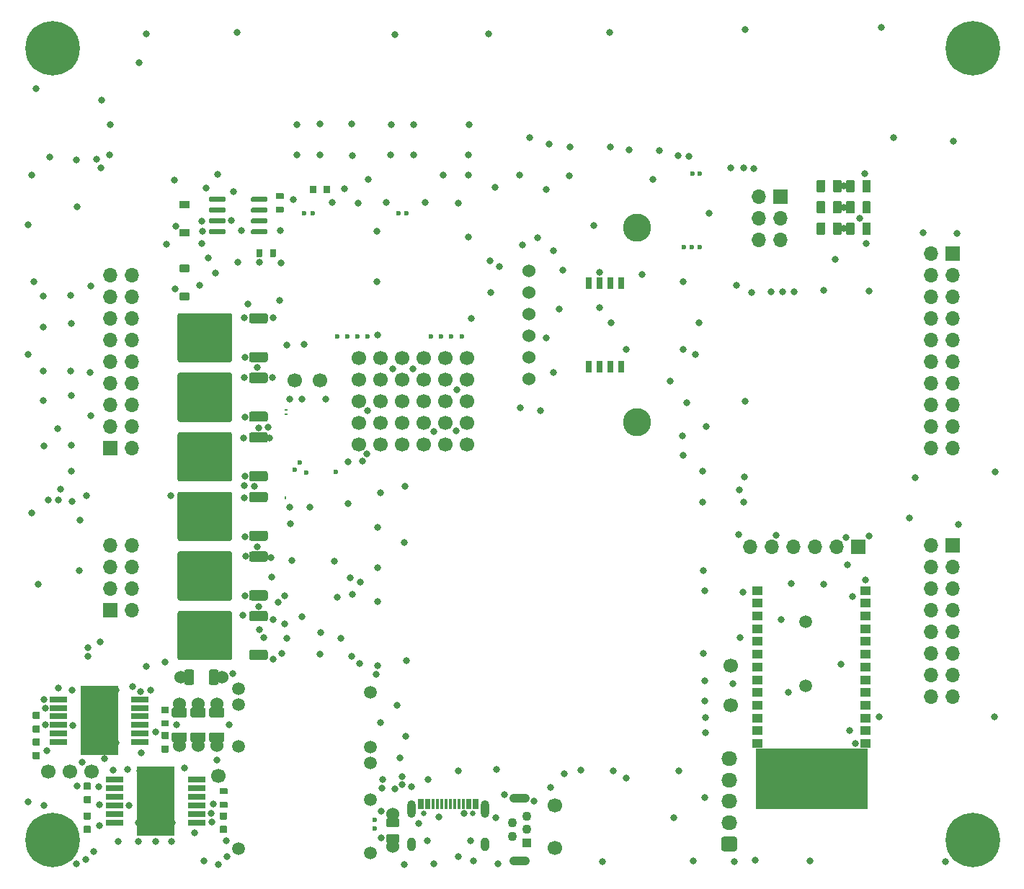
<source format=gts>
G04 #@! TF.GenerationSoftware,KiCad,Pcbnew,8.0.6-8.0.6-0~ubuntu22.04.1*
G04 #@! TF.CreationDate,2024-11-12T10:34:40+00:00*
G04 #@! TF.ProjectId,uefi2,75656669-322e-46b6-9963-61645f706362,A0*
G04 #@! TF.SameCoordinates,PX2fb21b8PY98952e8*
G04 #@! TF.FileFunction,Soldermask,Top*
G04 #@! TF.FilePolarity,Negative*
%FSLAX46Y46*%
G04 Gerber Fmt 4.6, Leading zero omitted, Abs format (unit mm)*
G04 Created by KiCad (PCBNEW 8.0.6-8.0.6-0~ubuntu22.04.1) date 2024-11-12 10:34:40*
%MOMM*%
%LPD*%
G01*
G04 APERTURE LIST*
%ADD10C,0.120000*%
%ADD11C,1.700000*%
%ADD12C,0.800000*%
%ADD13C,6.400000*%
%ADD14C,1.524000*%
%ADD15O,1.850000X1.700000*%
%ADD16C,0.600000*%
%ADD17R,1.100000X1.100000*%
%ADD18C,1.100000*%
%ADD19O,2.400000X1.100000*%
%ADD20C,1.500000*%
%ADD21O,0.250000X0.499999*%
%ADD22O,0.499999X0.250000*%
%ADD23C,0.599999*%
%ADD24R,1.300000X1.000000*%
%ADD25R,2.000000X0.650000*%
%ADD26R,4.500000X8.100000*%
%ADD27C,0.650000*%
%ADD28R,0.300000X1.150000*%
%ADD29O,1.000000X2.100000*%
%ADD30O,1.000000X1.600000*%
%ADD31R,1.700000X1.700000*%
%ADD32O,1.700000X1.700000*%
%ADD33C,3.302000*%
%ADD34R,0.690000X1.350000*%
G04 APERTURE END LIST*
D10*
G04 #@! TO.C,U5*
X99137400Y7219600D02*
X86137400Y7219600D01*
X86137400Y14219600D01*
X99137400Y14219600D01*
X99137400Y7219600D01*
G36*
X99137400Y7219600D02*
G01*
X86137400Y7219600D01*
X86137400Y14219600D01*
X99137400Y14219600D01*
X99137400Y7219600D01*
G37*
G04 #@! TD*
G04 #@! TO.C,R40*
G36*
G01*
X96731778Y74686000D02*
X96731778Y75936000D01*
G75*
G02*
X96831778Y76036000I100000J0D01*
G01*
X97631778Y76036000D01*
G75*
G02*
X97731778Y75936000I0J-100000D01*
G01*
X97731778Y74686000D01*
G75*
G02*
X97631778Y74586000I-100000J0D01*
G01*
X96831778Y74586000D01*
G75*
G02*
X96731778Y74686000I0J100000D01*
G01*
G37*
G36*
G01*
X98631800Y74686000D02*
X98631800Y75936000D01*
G75*
G02*
X98731800Y76036000I100000J0D01*
G01*
X99531800Y76036000D01*
G75*
G02*
X99631800Y75936000I0J-100000D01*
G01*
X99631800Y74686000D01*
G75*
G02*
X99531800Y74586000I-100000J0D01*
G01*
X98731800Y74586000D01*
G75*
G02*
X98631800Y74686000I0J100000D01*
G01*
G37*
G04 #@! TD*
G04 #@! TO.C,U7*
G36*
G01*
X28762400Y75104600D02*
X28762400Y74804600D01*
G75*
G02*
X28612400Y74654600I-150000J0D01*
G01*
X26962400Y74654600D01*
G75*
G02*
X26812400Y74804600I0J150000D01*
G01*
X26812400Y75104600D01*
G75*
G02*
X26962400Y75254600I150000J0D01*
G01*
X28612400Y75254600D01*
G75*
G02*
X28762400Y75104600I0J-150000D01*
G01*
G37*
G36*
G01*
X28762400Y76374600D02*
X28762400Y76074600D01*
G75*
G02*
X28612400Y75924600I-150000J0D01*
G01*
X26962400Y75924600D01*
G75*
G02*
X26812400Y76074600I0J150000D01*
G01*
X26812400Y76374600D01*
G75*
G02*
X26962400Y76524600I150000J0D01*
G01*
X28612400Y76524600D01*
G75*
G02*
X28762400Y76374600I0J-150000D01*
G01*
G37*
G36*
G01*
X28762400Y77644600D02*
X28762400Y77344600D01*
G75*
G02*
X28612400Y77194600I-150000J0D01*
G01*
X26962400Y77194600D01*
G75*
G02*
X26812400Y77344600I0J150000D01*
G01*
X26812400Y77644600D01*
G75*
G02*
X26962400Y77794600I150000J0D01*
G01*
X28612400Y77794600D01*
G75*
G02*
X28762400Y77644600I0J-150000D01*
G01*
G37*
G36*
G01*
X28762400Y78914600D02*
X28762400Y78614600D01*
G75*
G02*
X28612400Y78464600I-150000J0D01*
G01*
X26962400Y78464600D01*
G75*
G02*
X26812400Y78614600I0J150000D01*
G01*
X26812400Y78914600D01*
G75*
G02*
X26962400Y79064600I150000J0D01*
G01*
X28612400Y79064600D01*
G75*
G02*
X28762400Y78914600I0J-150000D01*
G01*
G37*
G36*
G01*
X23812400Y78914600D02*
X23812400Y78614600D01*
G75*
G02*
X23662400Y78464600I-150000J0D01*
G01*
X22012400Y78464600D01*
G75*
G02*
X21862400Y78614600I0J150000D01*
G01*
X21862400Y78914600D01*
G75*
G02*
X22012400Y79064600I150000J0D01*
G01*
X23662400Y79064600D01*
G75*
G02*
X23812400Y78914600I0J-150000D01*
G01*
G37*
G36*
G01*
X23812400Y77644600D02*
X23812400Y77344600D01*
G75*
G02*
X23662400Y77194600I-150000J0D01*
G01*
X22012400Y77194600D01*
G75*
G02*
X21862400Y77344600I0J150000D01*
G01*
X21862400Y77644600D01*
G75*
G02*
X22012400Y77794600I150000J0D01*
G01*
X23662400Y77794600D01*
G75*
G02*
X23812400Y77644600I0J-150000D01*
G01*
G37*
G36*
G01*
X23812400Y76374600D02*
X23812400Y76074600D01*
G75*
G02*
X23662400Y75924600I-150000J0D01*
G01*
X22012400Y75924600D01*
G75*
G02*
X21862400Y76074600I0J150000D01*
G01*
X21862400Y76374600D01*
G75*
G02*
X22012400Y76524600I150000J0D01*
G01*
X23662400Y76524600D01*
G75*
G02*
X23812400Y76374600I0J-150000D01*
G01*
G37*
G36*
G01*
X23812400Y75104600D02*
X23812400Y74804600D01*
G75*
G02*
X23662400Y74654600I-150000J0D01*
G01*
X22012400Y74654600D01*
G75*
G02*
X21862400Y74804600I0J150000D01*
G01*
X21862400Y75104600D01*
G75*
G02*
X22012400Y75254600I150000J0D01*
G01*
X23662400Y75254600D01*
G75*
G02*
X23812400Y75104600I0J-150000D01*
G01*
G37*
G04 #@! TD*
G04 #@! TO.C,C24*
G36*
G01*
X7247400Y10209601D02*
X7927400Y10209601D01*
G75*
G02*
X8012400Y10124601I0J-85000D01*
G01*
X8012400Y9444601D01*
G75*
G02*
X7927400Y9359601I-85000J0D01*
G01*
X7247400Y9359601D01*
G75*
G02*
X7162400Y9444601I0J85000D01*
G01*
X7162400Y10124601D01*
G75*
G02*
X7247400Y10209601I85000J0D01*
G01*
G37*
G36*
G01*
X7247400Y8629599D02*
X7927400Y8629599D01*
G75*
G02*
X8012400Y8544599I0J-85000D01*
G01*
X8012400Y7864599D01*
G75*
G02*
X7927400Y7779599I-85000J0D01*
G01*
X7247400Y7779599D01*
G75*
G02*
X7162400Y7864599I0J85000D01*
G01*
X7162400Y8544599D01*
G75*
G02*
X7247400Y8629599I85000J0D01*
G01*
G37*
G04 #@! TD*
G04 #@! TO.C,R39*
G36*
G01*
X96731778Y77186000D02*
X96731778Y78436000D01*
G75*
G02*
X96831778Y78536000I100000J0D01*
G01*
X97631778Y78536000D01*
G75*
G02*
X97731778Y78436000I0J-100000D01*
G01*
X97731778Y77186000D01*
G75*
G02*
X97631778Y77086000I-100000J0D01*
G01*
X96831778Y77086000D01*
G75*
G02*
X96731778Y77186000I0J100000D01*
G01*
G37*
G36*
G01*
X98631800Y77186000D02*
X98631800Y78436000D01*
G75*
G02*
X98731800Y78536000I100000J0D01*
G01*
X99531800Y78536000D01*
G75*
G02*
X99631800Y78436000I0J-100000D01*
G01*
X99631800Y77186000D01*
G75*
G02*
X99531800Y77086000I-100000J0D01*
G01*
X98731800Y77086000D01*
G75*
G02*
X98631800Y77186000I0J100000D01*
G01*
G37*
G04 #@! TD*
G04 #@! TO.C,Q10*
G36*
G01*
X28787400Y39564600D02*
X28787400Y38864600D01*
G75*
G02*
X28537400Y38614600I-250000J0D01*
G01*
X26837400Y38614600D01*
G75*
G02*
X26587400Y38864600I0J250000D01*
G01*
X26587400Y39564600D01*
G75*
G02*
X26837400Y39814600I250000J0D01*
G01*
X28537400Y39814600D01*
G75*
G02*
X28787400Y39564600I0J-250000D01*
G01*
G37*
G36*
G01*
X24587400Y44144603D02*
X24587400Y38844597D01*
G75*
G02*
X24337403Y38594600I-249997J0D01*
G01*
X18437397Y38594600D01*
G75*
G02*
X18187400Y38844597I0J249997D01*
G01*
X18187400Y44144603D01*
G75*
G02*
X18437397Y44394600I249997J0D01*
G01*
X24337403Y44394600D01*
G75*
G02*
X24587400Y44144603I0J-249997D01*
G01*
G37*
G36*
G01*
X28787400Y44124600D02*
X28787400Y43424600D01*
G75*
G02*
X28537400Y43174600I-250000J0D01*
G01*
X26837400Y43174600D01*
G75*
G02*
X26587400Y43424600I0J250000D01*
G01*
X26587400Y44124600D01*
G75*
G02*
X26837400Y44374600I250000J0D01*
G01*
X28537400Y44374600D01*
G75*
G02*
X28787400Y44124600I0J-250000D01*
G01*
G37*
G04 #@! TD*
D11*
G04 #@! TO.C,P8*
X83187400Y19294600D03*
G04 #@! TD*
D12*
G04 #@! TO.C,H1*
X111584600Y98912600D03*
X113281656Y98209656D03*
X109887544Y98209656D03*
X113984600Y96512600D03*
D13*
X111584600Y96512600D03*
D12*
X109184600Y96512600D03*
X113281656Y94815544D03*
X109887544Y94815544D03*
X111584600Y94112600D03*
G04 #@! TD*
G04 #@! TO.C,Q7*
G36*
G01*
X28787400Y60564600D02*
X28787400Y59864600D01*
G75*
G02*
X28537400Y59614600I-250000J0D01*
G01*
X26837400Y59614600D01*
G75*
G02*
X26587400Y59864600I0J250000D01*
G01*
X26587400Y60564600D01*
G75*
G02*
X26837400Y60814600I250000J0D01*
G01*
X28537400Y60814600D01*
G75*
G02*
X28787400Y60564600I0J-250000D01*
G01*
G37*
G36*
G01*
X24587400Y65144603D02*
X24587400Y59844597D01*
G75*
G02*
X24337403Y59594600I-249997J0D01*
G01*
X18437397Y59594600D01*
G75*
G02*
X18187400Y59844597I0J249997D01*
G01*
X18187400Y65144603D01*
G75*
G02*
X18437397Y65394600I249997J0D01*
G01*
X24337403Y65394600D01*
G75*
G02*
X24587400Y65144603I0J-249997D01*
G01*
G37*
G36*
G01*
X28787400Y65124600D02*
X28787400Y64424600D01*
G75*
G02*
X28537400Y64174600I-250000J0D01*
G01*
X26837400Y64174600D01*
G75*
G02*
X26587400Y64424600I0J250000D01*
G01*
X26587400Y65124600D01*
G75*
G02*
X26837400Y65374600I250000J0D01*
G01*
X28537400Y65374600D01*
G75*
G02*
X28787400Y65124600I0J-250000D01*
G01*
G37*
G04 #@! TD*
G04 #@! TO.C,Q8*
G36*
G01*
X28787400Y53564600D02*
X28787400Y52864600D01*
G75*
G02*
X28537400Y52614600I-250000J0D01*
G01*
X26837400Y52614600D01*
G75*
G02*
X26587400Y52864600I0J250000D01*
G01*
X26587400Y53564600D01*
G75*
G02*
X26837400Y53814600I250000J0D01*
G01*
X28537400Y53814600D01*
G75*
G02*
X28787400Y53564600I0J-250000D01*
G01*
G37*
G36*
G01*
X24587400Y58144603D02*
X24587400Y52844597D01*
G75*
G02*
X24337403Y52594600I-249997J0D01*
G01*
X18437397Y52594600D01*
G75*
G02*
X18187400Y52844597I0J249997D01*
G01*
X18187400Y58144603D01*
G75*
G02*
X18437397Y58394600I249997J0D01*
G01*
X24337403Y58394600D01*
G75*
G02*
X24587400Y58144603I0J-249997D01*
G01*
G37*
G36*
G01*
X28787400Y58124600D02*
X28787400Y57424600D01*
G75*
G02*
X28537400Y57174600I-250000J0D01*
G01*
X26837400Y57174600D01*
G75*
G02*
X26587400Y57424600I0J250000D01*
G01*
X26587400Y58124600D01*
G75*
G02*
X26837400Y58374600I250000J0D01*
G01*
X28537400Y58374600D01*
G75*
G02*
X28787400Y58124600I0J-250000D01*
G01*
G37*
G04 #@! TD*
D11*
G04 #@! TO.C,P1*
X31987400Y57494600D03*
G04 #@! TD*
G04 #@! TO.C,C26*
G36*
G01*
X23247400Y6709601D02*
X23927400Y6709601D01*
G75*
G02*
X24012400Y6624601I0J-85000D01*
G01*
X24012400Y5944601D01*
G75*
G02*
X23927400Y5859601I-85000J0D01*
G01*
X23247400Y5859601D01*
G75*
G02*
X23162400Y5944601I0J85000D01*
G01*
X23162400Y6624601D01*
G75*
G02*
X23247400Y6709601I85000J0D01*
G01*
G37*
G36*
G01*
X23247400Y5129599D02*
X23927400Y5129599D01*
G75*
G02*
X24012400Y5044599I0J-85000D01*
G01*
X24012400Y4364599D01*
G75*
G02*
X23927400Y4279599I-85000J0D01*
G01*
X23247400Y4279599D01*
G75*
G02*
X23162400Y4364599I0J85000D01*
G01*
X23162400Y5044599D01*
G75*
G02*
X23247400Y5129599I85000J0D01*
G01*
G37*
G04 #@! TD*
G04 #@! TO.C,R1*
G36*
G01*
X36069897Y80309600D02*
X36069897Y79529600D01*
G75*
G02*
X35999897Y79459600I-70000J0D01*
G01*
X35439897Y79459600D01*
G75*
G02*
X35369897Y79529600I0J70000D01*
G01*
X35369897Y80309600D01*
G75*
G02*
X35439897Y80379600I70000J0D01*
G01*
X35999897Y80379600D01*
G75*
G02*
X36069897Y80309600I0J-70000D01*
G01*
G37*
G36*
G01*
X34469897Y80309600D02*
X34469897Y79529600D01*
G75*
G02*
X34399897Y79459600I-70000J0D01*
G01*
X33839897Y79459600D01*
G75*
G02*
X33769897Y79529600I0J70000D01*
G01*
X33769897Y80309600D01*
G75*
G02*
X33839897Y80379600I70000J0D01*
G01*
X34399897Y80379600D01*
G75*
G02*
X34469897Y80309600I0J-70000D01*
G01*
G37*
G04 #@! TD*
G04 #@! TO.C,P2*
X34887400Y57494600D03*
G04 #@! TD*
G04 #@! TO.C,C13*
G36*
G01*
X16372400Y16169601D02*
X17052400Y16169601D01*
G75*
G02*
X17137400Y16084601I0J-85000D01*
G01*
X17137400Y15404601D01*
G75*
G02*
X17052400Y15319601I-85000J0D01*
G01*
X16372400Y15319601D01*
G75*
G02*
X16287400Y15404601I0J85000D01*
G01*
X16287400Y16084601D01*
G75*
G02*
X16372400Y16169601I85000J0D01*
G01*
G37*
G36*
G01*
X16372400Y14589599D02*
X17052400Y14589599D01*
G75*
G02*
X17137400Y14504599I0J-85000D01*
G01*
X17137400Y13824599D01*
G75*
G02*
X17052400Y13739599I-85000J0D01*
G01*
X16372400Y13739599D01*
G75*
G02*
X16287400Y13824599I0J85000D01*
G01*
X16287400Y14504599D01*
G75*
G02*
X16372400Y14589599I85000J0D01*
G01*
G37*
G04 #@! TD*
G04 #@! TO.C,P15*
X5527400Y11494600D03*
G04 #@! TD*
D12*
G04 #@! TO.C,H1*
X1087400Y96494600D03*
X1790344Y98191656D03*
X1790344Y94797544D03*
X3487400Y98894600D03*
D13*
X3487400Y96494600D03*
D12*
X3487400Y94094600D03*
X5184456Y98191656D03*
X5184456Y94797544D03*
X5887400Y96494600D03*
G04 #@! TD*
D14*
G04 #@! TO.C,F4*
X18387400Y19444600D03*
G36*
G01*
X17487400Y18099610D02*
X17487400Y18789610D01*
G75*
G02*
X17717400Y19019610I230000J0D01*
G01*
X19057400Y19019610D01*
G75*
G02*
X19287400Y18789610I0J-230000D01*
G01*
X19287400Y18099610D01*
G75*
G02*
X19057400Y17869610I-230000J0D01*
G01*
X17717400Y17869610D01*
G75*
G02*
X17487400Y18099610I0J230000D01*
G01*
G37*
G36*
G01*
X17487400Y15199590D02*
X17487400Y15889590D01*
G75*
G02*
X17717400Y16119590I230000J0D01*
G01*
X19057400Y16119590D01*
G75*
G02*
X19287400Y15889590I0J-230000D01*
G01*
X19287400Y15199590D01*
G75*
G02*
X19057400Y14969590I-230000J0D01*
G01*
X17717400Y14969590D01*
G75*
G02*
X17487400Y15199590I0J230000D01*
G01*
G37*
X18387400Y14544600D03*
G04 #@! TD*
G04 #@! TO.C,R37*
G36*
G01*
X93281778Y74686000D02*
X93281778Y75936000D01*
G75*
G02*
X93381778Y76036000I100000J0D01*
G01*
X94181778Y76036000D01*
G75*
G02*
X94281778Y75936000I0J-100000D01*
G01*
X94281778Y74686000D01*
G75*
G02*
X94181778Y74586000I-100000J0D01*
G01*
X93381778Y74586000D01*
G75*
G02*
X93281778Y74686000I0J100000D01*
G01*
G37*
G36*
G01*
X95181800Y74686000D02*
X95181800Y75936000D01*
G75*
G02*
X95281800Y76036000I100000J0D01*
G01*
X96081800Y76036000D01*
G75*
G02*
X96181800Y75936000I0J-100000D01*
G01*
X96181800Y74686000D01*
G75*
G02*
X96081800Y74586000I-100000J0D01*
G01*
X95281800Y74586000D01*
G75*
G02*
X95181800Y74686000I0J100000D01*
G01*
G37*
G04 #@! TD*
G04 #@! TO.C,C11*
G36*
G01*
X1247400Y18509601D02*
X1927400Y18509601D01*
G75*
G02*
X2012400Y18424601I0J-85000D01*
G01*
X2012400Y17744601D01*
G75*
G02*
X1927400Y17659601I-85000J0D01*
G01*
X1247400Y17659601D01*
G75*
G02*
X1162400Y17744601I0J85000D01*
G01*
X1162400Y18424601D01*
G75*
G02*
X1247400Y18509601I85000J0D01*
G01*
G37*
G36*
G01*
X1247400Y16929599D02*
X1927400Y16929599D01*
G75*
G02*
X2012400Y16844599I0J-85000D01*
G01*
X2012400Y16164599D01*
G75*
G02*
X1927400Y16079599I-85000J0D01*
G01*
X1247400Y16079599D01*
G75*
G02*
X1162400Y16164599I0J85000D01*
G01*
X1162400Y16844599D01*
G75*
G02*
X1247400Y16929599I85000J0D01*
G01*
G37*
G04 #@! TD*
G04 #@! TO.C,J7*
G36*
G01*
X83662400Y2144600D02*
X82312400Y2144600D01*
G75*
G02*
X82062400Y2394600I0J250000D01*
G01*
X82062400Y3594600D01*
G75*
G02*
X82312400Y3844600I250000J0D01*
G01*
X83662400Y3844600D01*
G75*
G02*
X83912400Y3594600I0J-250000D01*
G01*
X83912400Y2394600D01*
G75*
G02*
X83662400Y2144600I-250000J0D01*
G01*
G37*
D15*
X82987400Y5494600D03*
X82987400Y7994600D03*
X82987400Y10494600D03*
X82987400Y12994600D03*
G04 #@! TD*
D11*
G04 #@! TO.C,P4*
X62487400Y7494600D03*
G04 #@! TD*
D12*
G04 #@! TO.C,H2*
X1087400Y3494600D03*
X1790344Y5191656D03*
X1790344Y1797544D03*
X3487400Y5894600D03*
D13*
X3487400Y3494600D03*
D12*
X3487400Y1094600D03*
X5184456Y5191656D03*
X5184456Y1797544D03*
X5887400Y3494600D03*
G04 #@! TD*
G04 #@! TO.C,H1*
X114002600Y3505400D03*
X113299656Y1808344D03*
X113299656Y5202456D03*
X111602600Y1105400D03*
D13*
X111602600Y3505400D03*
D12*
X111602600Y5905400D03*
X109905544Y1808344D03*
X109905544Y5202456D03*
X109202600Y3505400D03*
G04 #@! TD*
D16*
G04 #@! TO.C,M3*
X49162400Y62669600D03*
X47962400Y62669600D03*
X50362400Y62669600D03*
X51562400Y62669600D03*
X45102400Y77094600D03*
X44102400Y77094600D03*
G04 #@! TD*
G04 #@! TO.C,R10*
G36*
G01*
X29737400Y72834600D02*
X29737400Y72054600D01*
G75*
G02*
X29667400Y71984600I-70000J0D01*
G01*
X29107400Y71984600D01*
G75*
G02*
X29037400Y72054600I0J70000D01*
G01*
X29037400Y72834600D01*
G75*
G02*
X29107400Y72904600I70000J0D01*
G01*
X29667400Y72904600D01*
G75*
G02*
X29737400Y72834600I0J-70000D01*
G01*
G37*
G36*
G01*
X28137400Y72834600D02*
X28137400Y72054600D01*
G75*
G02*
X28067400Y71984600I-70000J0D01*
G01*
X27507400Y71984600D01*
G75*
G02*
X27437400Y72054600I0J70000D01*
G01*
X27437400Y72834600D01*
G75*
G02*
X27507400Y72904600I70000J0D01*
G01*
X28067400Y72904600D01*
G75*
G02*
X28137400Y72834600I0J-70000D01*
G01*
G37*
G04 #@! TD*
D11*
G04 #@! TO.C,P17*
X2987400Y11494600D03*
G04 #@! TD*
D17*
G04 #@! TO.C,J8*
X59237400Y3094600D03*
D18*
X57487400Y3894600D03*
X59237400Y4694600D03*
X57487400Y5494600D03*
X59237400Y6294600D03*
D19*
X58362400Y1044600D03*
X58362400Y8344600D03*
G04 #@! TD*
D14*
G04 #@! TO.C,F3*
X20587400Y19444600D03*
G36*
G01*
X19687400Y18099610D02*
X19687400Y18789610D01*
G75*
G02*
X19917400Y19019610I230000J0D01*
G01*
X21257400Y19019610D01*
G75*
G02*
X21487400Y18789610I0J-230000D01*
G01*
X21487400Y18099610D01*
G75*
G02*
X21257400Y17869610I-230000J0D01*
G01*
X19917400Y17869610D01*
G75*
G02*
X19687400Y18099610I0J230000D01*
G01*
G37*
G36*
G01*
X19687400Y15199590D02*
X19687400Y15889590D01*
G75*
G02*
X19917400Y16119590I230000J0D01*
G01*
X21257400Y16119590D01*
G75*
G02*
X21487400Y15889590I0J-230000D01*
G01*
X21487400Y15199590D01*
G75*
G02*
X21257400Y14969590I-230000J0D01*
G01*
X19917400Y14969590D01*
G75*
G02*
X19687400Y15199590I0J230000D01*
G01*
G37*
X20587400Y14544600D03*
G04 #@! TD*
D16*
G04 #@! TO.C,M2*
X79562399Y73119600D03*
X78612399Y73119600D03*
X77662401Y73119600D03*
X78662399Y81819600D03*
X79562399Y81819600D03*
G04 #@! TD*
G04 #@! TO.C,C25*
G36*
G01*
X7927400Y4279599D02*
X7247400Y4279599D01*
G75*
G02*
X7162400Y4364599I0J85000D01*
G01*
X7162400Y5044599D01*
G75*
G02*
X7247400Y5129599I85000J0D01*
G01*
X7927400Y5129599D01*
G75*
G02*
X8012400Y5044599I0J-85000D01*
G01*
X8012400Y4364599D01*
G75*
G02*
X7927400Y4279599I-85000J0D01*
G01*
G37*
G36*
G01*
X7927400Y5859601D02*
X7247400Y5859601D01*
G75*
G02*
X7162400Y5944601I0J85000D01*
G01*
X7162400Y6624601D01*
G75*
G02*
X7247400Y6709601I85000J0D01*
G01*
X7927400Y6709601D01*
G75*
G02*
X8012400Y6624601I0J-85000D01*
G01*
X8012400Y5944601D01*
G75*
G02*
X7927400Y5859601I-85000J0D01*
G01*
G37*
G04 #@! TD*
D11*
G04 #@! TO.C,P18*
X22987400Y10994600D03*
G04 #@! TD*
D20*
G04 #@! TO.C,M1*
X40862395Y20819599D03*
X40862395Y14419602D03*
X40862395Y12519599D03*
X40862395Y8219599D03*
D16*
X41312394Y5819602D03*
X41312394Y4819601D03*
D20*
X40862395Y1969599D03*
X25362398Y21269601D03*
X25362398Y19419602D03*
X25362398Y14469599D03*
X25362398Y2419601D03*
G04 #@! TD*
G04 #@! TO.C,Q12*
G36*
G01*
X28787400Y25564600D02*
X28787400Y24864600D01*
G75*
G02*
X28537400Y24614600I-250000J0D01*
G01*
X26837400Y24614600D01*
G75*
G02*
X26587400Y24864600I0J250000D01*
G01*
X26587400Y25564600D01*
G75*
G02*
X26837400Y25814600I250000J0D01*
G01*
X28537400Y25814600D01*
G75*
G02*
X28787400Y25564600I0J-250000D01*
G01*
G37*
G36*
G01*
X24587400Y30144603D02*
X24587400Y24844597D01*
G75*
G02*
X24337403Y24594600I-249997J0D01*
G01*
X18437397Y24594600D01*
G75*
G02*
X18187400Y24844597I0J249997D01*
G01*
X18187400Y30144603D01*
G75*
G02*
X18437397Y30394600I249997J0D01*
G01*
X24337403Y30394600D01*
G75*
G02*
X24587400Y30144603I0J-249997D01*
G01*
G37*
G36*
G01*
X28787400Y30124600D02*
X28787400Y29424600D01*
G75*
G02*
X28537400Y29174600I-250000J0D01*
G01*
X26837400Y29174600D01*
G75*
G02*
X26587400Y29424600I0J250000D01*
G01*
X26587400Y30124600D01*
G75*
G02*
X26837400Y30374600I250000J0D01*
G01*
X28537400Y30374600D01*
G75*
G02*
X28787400Y30124600I0J-250000D01*
G01*
G37*
G04 #@! TD*
D21*
G04 #@! TO.C,M7*
X30887403Y43669605D03*
D22*
X30937401Y54019599D03*
X30937401Y53519598D03*
D23*
X31987399Y46969601D03*
X32512399Y47844603D03*
X33262397Y46669599D03*
X36812398Y46744602D03*
G04 #@! TD*
G04 #@! TO.C,R9*
G36*
G01*
X16322400Y19104600D02*
X17102400Y19104600D01*
G75*
G02*
X17172400Y19034600I0J-70000D01*
G01*
X17172400Y18474600D01*
G75*
G02*
X17102400Y18404600I-70000J0D01*
G01*
X16322400Y18404600D01*
G75*
G02*
X16252400Y18474600I0J70000D01*
G01*
X16252400Y19034600D01*
G75*
G02*
X16322400Y19104600I70000J0D01*
G01*
G37*
G36*
G01*
X16322400Y17504600D02*
X17102400Y17504600D01*
G75*
G02*
X17172400Y17434600I0J-70000D01*
G01*
X17172400Y16874600D01*
G75*
G02*
X17102400Y16804600I-70000J0D01*
G01*
X16322400Y16804600D01*
G75*
G02*
X16252400Y16874600I0J70000D01*
G01*
X16252400Y17434600D01*
G75*
G02*
X16322400Y17504600I70000J0D01*
G01*
G37*
G04 #@! TD*
G04 #@! TO.C,Q9*
G36*
G01*
X28787400Y46564600D02*
X28787400Y45864600D01*
G75*
G02*
X28537400Y45614600I-250000J0D01*
G01*
X26837400Y45614600D01*
G75*
G02*
X26587400Y45864600I0J250000D01*
G01*
X26587400Y46564600D01*
G75*
G02*
X26837400Y46814600I250000J0D01*
G01*
X28537400Y46814600D01*
G75*
G02*
X28787400Y46564600I0J-250000D01*
G01*
G37*
G36*
G01*
X24587400Y51144603D02*
X24587400Y45844597D01*
G75*
G02*
X24337403Y45594600I-249997J0D01*
G01*
X18437397Y45594600D01*
G75*
G02*
X18187400Y45844597I0J249997D01*
G01*
X18187400Y51144603D01*
G75*
G02*
X18437397Y51394600I249997J0D01*
G01*
X24337403Y51394600D01*
G75*
G02*
X24587400Y51144603I0J-249997D01*
G01*
G37*
G36*
G01*
X28787400Y51124600D02*
X28787400Y50424600D01*
G75*
G02*
X28537400Y50174600I-250000J0D01*
G01*
X26837400Y50174600D01*
G75*
G02*
X26587400Y50424600I0J250000D01*
G01*
X26587400Y51124600D01*
G75*
G02*
X26837400Y51374600I250000J0D01*
G01*
X28537400Y51374600D01*
G75*
G02*
X28787400Y51124600I0J-250000D01*
G01*
G37*
G04 #@! TD*
D24*
G04 #@! TO.C,U5*
X98987400Y14794600D03*
X98987400Y16294600D03*
X98987400Y17794600D03*
X98987400Y19294600D03*
X98987400Y20794600D03*
X98987400Y22294600D03*
X98987400Y23794600D03*
X98987400Y25294600D03*
X98987400Y26794600D03*
X98987400Y28294600D03*
X98987400Y29794600D03*
X98987400Y31294600D03*
X98987400Y32794600D03*
X86287400Y32794600D03*
X86287400Y31294600D03*
X86287400Y29794600D03*
X86287400Y28294600D03*
X86287400Y26794600D03*
X86287400Y25294600D03*
X86287400Y23794600D03*
X86287400Y22294600D03*
X86287400Y20794600D03*
X86287400Y19294600D03*
X86287400Y17794600D03*
X86287400Y16294600D03*
X86287400Y14794600D03*
G04 #@! TD*
G04 #@! TO.C,R35*
G36*
G01*
X93281778Y79686000D02*
X93281778Y80936000D01*
G75*
G02*
X93381778Y81036000I100000J0D01*
G01*
X94181778Y81036000D01*
G75*
G02*
X94281778Y80936000I0J-100000D01*
G01*
X94281778Y79686000D01*
G75*
G02*
X94181778Y79586000I-100000J0D01*
G01*
X93381778Y79586000D01*
G75*
G02*
X93281778Y79686000I0J100000D01*
G01*
G37*
G36*
G01*
X95181800Y79686000D02*
X95181800Y80936000D01*
G75*
G02*
X95281800Y81036000I100000J0D01*
G01*
X96081800Y81036000D01*
G75*
G02*
X96181800Y80936000I0J-100000D01*
G01*
X96181800Y79686000D01*
G75*
G02*
X96081800Y79586000I-100000J0D01*
G01*
X95281800Y79586000D01*
G75*
G02*
X95181800Y79686000I0J100000D01*
G01*
G37*
G04 #@! TD*
D14*
G04 #@! TO.C,F1*
X22787400Y19444600D03*
G36*
G01*
X21887400Y18099610D02*
X21887400Y18789610D01*
G75*
G02*
X22117400Y19019610I230000J0D01*
G01*
X23457400Y19019610D01*
G75*
G02*
X23687400Y18789610I0J-230000D01*
G01*
X23687400Y18099610D01*
G75*
G02*
X23457400Y17869610I-230000J0D01*
G01*
X22117400Y17869610D01*
G75*
G02*
X21887400Y18099610I0J230000D01*
G01*
G37*
G36*
G01*
X21887400Y15199590D02*
X21887400Y15889590D01*
G75*
G02*
X22117400Y16119590I230000J0D01*
G01*
X23457400Y16119590D01*
G75*
G02*
X23687400Y15889590I0J-230000D01*
G01*
X23687400Y15199590D01*
G75*
G02*
X23457400Y14969590I-230000J0D01*
G01*
X22117400Y14969590D01*
G75*
G02*
X21887400Y15199590I0J230000D01*
G01*
G37*
X22787400Y14544600D03*
G04 #@! TD*
D11*
G04 #@! TO.C,G3*
X39487400Y49954600D03*
X39487400Y52494600D03*
X39487400Y55034600D03*
X39487400Y57574600D03*
X39487400Y60114600D03*
X42027400Y49954600D03*
X42027400Y52494600D03*
X42027400Y55034600D03*
X42027400Y57574600D03*
X42027400Y60114600D03*
X44567400Y49954600D03*
X44567400Y52494600D03*
X44567400Y55034600D03*
X44567400Y57574600D03*
X44567400Y60114600D03*
G04 #@! TD*
G04 #@! TO.C,P3*
X62487400Y2494600D03*
G04 #@! TD*
D14*
G04 #@! TO.C,R4*
X43462009Y6469209D03*
G36*
G01*
X42837009Y6014210D02*
X44087009Y6014210D01*
G75*
G02*
X44187009Y5914210I0J-100000D01*
G01*
X44187009Y5114210D01*
G75*
G02*
X44087009Y5014210I-100000J0D01*
G01*
X42837009Y5014210D01*
G75*
G02*
X42737009Y5114210I0J100000D01*
G01*
X42737009Y5914210D01*
G75*
G02*
X42837009Y6014210I100000J0D01*
G01*
G37*
G36*
G01*
X42837009Y4114188D02*
X44087009Y4114188D01*
G75*
G02*
X44187009Y4014188I0J-100000D01*
G01*
X44187009Y3214188D01*
G75*
G02*
X44087009Y3114188I-100000J0D01*
G01*
X42837009Y3114188D01*
G75*
G02*
X42737009Y3214188I0J100000D01*
G01*
X42737009Y4014188D01*
G75*
G02*
X42837009Y4114188I100000J0D01*
G01*
G37*
X43462009Y2659209D03*
G04 #@! TD*
G04 #@! TO.C,R11*
G36*
G01*
X29797400Y79494600D02*
X30577400Y79494600D01*
G75*
G02*
X30647400Y79424600I0J-70000D01*
G01*
X30647400Y78864600D01*
G75*
G02*
X30577400Y78794600I-70000J0D01*
G01*
X29797400Y78794600D01*
G75*
G02*
X29727400Y78864600I0J70000D01*
G01*
X29727400Y79424600D01*
G75*
G02*
X29797400Y79494600I70000J0D01*
G01*
G37*
G36*
G01*
X29797400Y77894600D02*
X30577400Y77894600D01*
G75*
G02*
X30647400Y77824600I0J-70000D01*
G01*
X30647400Y77264600D01*
G75*
G02*
X30577400Y77194600I-70000J0D01*
G01*
X29797400Y77194600D01*
G75*
G02*
X29727400Y77264600I0J70000D01*
G01*
X29727400Y77824600D01*
G75*
G02*
X29797400Y77894600I70000J0D01*
G01*
G37*
G04 #@! TD*
G04 #@! TO.C,D3*
G36*
G01*
X19497400Y74394600D02*
X18477400Y74394600D01*
G75*
G02*
X18387400Y74484600I0J90000D01*
G01*
X18387400Y75204600D01*
G75*
G02*
X18477400Y75294600I90000J0D01*
G01*
X19497400Y75294600D01*
G75*
G02*
X19587400Y75204600I0J-90000D01*
G01*
X19587400Y74484600D01*
G75*
G02*
X19497400Y74394600I-90000J0D01*
G01*
G37*
G36*
G01*
X19497400Y77694600D02*
X18477400Y77694600D01*
G75*
G02*
X18387400Y77784600I0J90000D01*
G01*
X18387400Y78504600D01*
G75*
G02*
X18477400Y78594600I90000J0D01*
G01*
X19497400Y78594600D01*
G75*
G02*
X19587400Y78504600I0J-90000D01*
G01*
X19587400Y77784600D01*
G75*
G02*
X19497400Y77694600I-90000J0D01*
G01*
G37*
G04 #@! TD*
G04 #@! TO.C,R38*
G36*
G01*
X96731778Y79686000D02*
X96731778Y80936000D01*
G75*
G02*
X96831778Y81036000I100000J0D01*
G01*
X97631778Y81036000D01*
G75*
G02*
X97731778Y80936000I0J-100000D01*
G01*
X97731778Y79686000D01*
G75*
G02*
X97631778Y79586000I-100000J0D01*
G01*
X96831778Y79586000D01*
G75*
G02*
X96731778Y79686000I0J100000D01*
G01*
G37*
G36*
G01*
X98631800Y79686000D02*
X98631800Y80936000D01*
G75*
G02*
X98731800Y81036000I100000J0D01*
G01*
X99531800Y81036000D01*
G75*
G02*
X99631800Y80936000I0J-100000D01*
G01*
X99631800Y79686000D01*
G75*
G02*
X99531800Y79586000I-100000J0D01*
G01*
X98731800Y79586000D01*
G75*
G02*
X98631800Y79686000I0J100000D01*
G01*
G37*
G04 #@! TD*
G04 #@! TO.C,R36*
G36*
G01*
X93281778Y77186000D02*
X93281778Y78436000D01*
G75*
G02*
X93381778Y78536000I100000J0D01*
G01*
X94181778Y78536000D01*
G75*
G02*
X94281778Y78436000I0J-100000D01*
G01*
X94281778Y77186000D01*
G75*
G02*
X94181778Y77086000I-100000J0D01*
G01*
X93381778Y77086000D01*
G75*
G02*
X93281778Y77186000I0J100000D01*
G01*
G37*
G36*
G01*
X95181800Y77186000D02*
X95181800Y78436000D01*
G75*
G02*
X95281800Y78536000I100000J0D01*
G01*
X96081800Y78536000D01*
G75*
G02*
X96181800Y78436000I0J-100000D01*
G01*
X96181800Y77186000D01*
G75*
G02*
X96081800Y77086000I-100000J0D01*
G01*
X95281800Y77086000D01*
G75*
G02*
X95181800Y77186000I0J100000D01*
G01*
G37*
G04 #@! TD*
D25*
G04 #@! TO.C,U1*
X4187400Y19994600D03*
X4187400Y18994600D03*
X4187400Y17994600D03*
X4187400Y16994600D03*
X4187400Y15994600D03*
X4187400Y14994600D03*
X13787400Y14994600D03*
X13787400Y15994600D03*
X13787400Y16994600D03*
X13787400Y17994600D03*
X13787400Y18994600D03*
X13787400Y19994600D03*
D26*
X8987400Y17494600D03*
G04 #@! TD*
D25*
G04 #@! TO.C,U2*
X10812400Y10534600D03*
X10812400Y9534600D03*
X10812400Y8534600D03*
X10812400Y7534600D03*
X10812400Y6534600D03*
X10812400Y5534600D03*
X20412400Y5534600D03*
X20412400Y6534600D03*
X20412400Y7534600D03*
X20412400Y8534600D03*
X20412400Y9534600D03*
X20412400Y10534600D03*
D26*
X15612400Y8034600D03*
G04 #@! TD*
D11*
G04 #@! TO.C,P7*
X83187400Y23994600D03*
G04 #@! TD*
G04 #@! TO.C,Q11*
G36*
G01*
X28787400Y32564600D02*
X28787400Y31864600D01*
G75*
G02*
X28537400Y31614600I-250000J0D01*
G01*
X26837400Y31614600D01*
G75*
G02*
X26587400Y31864600I0J250000D01*
G01*
X26587400Y32564600D01*
G75*
G02*
X26837400Y32814600I250000J0D01*
G01*
X28537400Y32814600D01*
G75*
G02*
X28787400Y32564600I0J-250000D01*
G01*
G37*
G36*
G01*
X24587400Y37144603D02*
X24587400Y31844597D01*
G75*
G02*
X24337403Y31594600I-249997J0D01*
G01*
X18437397Y31594600D01*
G75*
G02*
X18187400Y31844597I0J249997D01*
G01*
X18187400Y37144603D01*
G75*
G02*
X18437397Y37394600I249997J0D01*
G01*
X24337403Y37394600D01*
G75*
G02*
X24587400Y37144603I0J-249997D01*
G01*
G37*
G36*
G01*
X28787400Y37124600D02*
X28787400Y36424600D01*
G75*
G02*
X28537400Y36174600I-250000J0D01*
G01*
X26837400Y36174600D01*
G75*
G02*
X26587400Y36424600I0J250000D01*
G01*
X26587400Y37124600D01*
G75*
G02*
X26837400Y37374600I250000J0D01*
G01*
X28537400Y37374600D01*
G75*
G02*
X28787400Y37124600I0J-250000D01*
G01*
G37*
G04 #@! TD*
D27*
G04 #@! TO.C,J9*
X47097400Y6599600D03*
X52877400Y6599600D03*
D28*
X46637400Y7664600D03*
X47437400Y7664600D03*
X48737400Y7664600D03*
X49737400Y7664600D03*
X50237400Y7664600D03*
X51237400Y7664600D03*
X52537400Y7664600D03*
X53337400Y7664600D03*
X53037400Y7664600D03*
X52237400Y7664600D03*
X51737400Y7664600D03*
X50737400Y7664600D03*
X49237400Y7664600D03*
X48237400Y7664600D03*
X47737400Y7664600D03*
X46937400Y7664600D03*
D29*
X45667400Y7099600D03*
D30*
X45667400Y2919600D03*
D29*
X54307400Y7099600D03*
D30*
X54307400Y2919600D03*
G04 #@! TD*
D16*
G04 #@! TO.C,M4*
X38112400Y62669600D03*
X36912400Y62669600D03*
X39312400Y62669600D03*
X40512400Y62669600D03*
X34052400Y77094600D03*
X33052400Y77094600D03*
G04 #@! TD*
D14*
G04 #@! TO.C,F2*
X18537400Y22594600D03*
G36*
G01*
X19882390Y21694600D02*
X19192390Y21694600D01*
G75*
G02*
X18962390Y21924600I0J230000D01*
G01*
X18962390Y23264600D01*
G75*
G02*
X19192390Y23494600I230000J0D01*
G01*
X19882390Y23494600D01*
G75*
G02*
X20112390Y23264600I0J-230000D01*
G01*
X20112390Y21924600D01*
G75*
G02*
X19882390Y21694600I-230000J0D01*
G01*
G37*
G36*
G01*
X22782410Y21694600D02*
X22092410Y21694600D01*
G75*
G02*
X21862410Y21924600I0J230000D01*
G01*
X21862410Y23264600D01*
G75*
G02*
X22092410Y23494600I230000J0D01*
G01*
X22782410Y23494600D01*
G75*
G02*
X23012410Y23264600I0J-230000D01*
G01*
X23012410Y21924600D01*
G75*
G02*
X22782410Y21694600I-230000J0D01*
G01*
G37*
X23437400Y22594600D03*
G04 #@! TD*
G04 #@! TO.C,D5*
G36*
G01*
X19497400Y66894600D02*
X18477400Y66894600D01*
G75*
G02*
X18387400Y66984600I0J90000D01*
G01*
X18387400Y67704600D01*
G75*
G02*
X18477400Y67794600I90000J0D01*
G01*
X19497400Y67794600D01*
G75*
G02*
X19587400Y67704600I0J-90000D01*
G01*
X19587400Y66984600D01*
G75*
G02*
X19497400Y66894600I-90000J0D01*
G01*
G37*
G36*
G01*
X19497400Y70194600D02*
X18477400Y70194600D01*
G75*
G02*
X18387400Y70284600I0J90000D01*
G01*
X18387400Y71004600D01*
G75*
G02*
X18477400Y71094600I90000J0D01*
G01*
X19497400Y71094600D01*
G75*
G02*
X19587400Y71004600I0J-90000D01*
G01*
X19587400Y70284600D01*
G75*
G02*
X19497400Y70194600I-90000J0D01*
G01*
G37*
G04 #@! TD*
D31*
G04 #@! TO.C,J6*
X98137400Y37894600D03*
D32*
X95597400Y37894600D03*
X93057400Y37894600D03*
X90517400Y37894600D03*
X87977400Y37894600D03*
X85437400Y37894600D03*
G04 #@! TD*
G04 #@! TO.C,R14*
G36*
G01*
X23197400Y9544600D02*
X23977400Y9544600D01*
G75*
G02*
X24047400Y9474600I0J-70000D01*
G01*
X24047400Y8914600D01*
G75*
G02*
X23977400Y8844600I-70000J0D01*
G01*
X23197400Y8844600D01*
G75*
G02*
X23127400Y8914600I0J70000D01*
G01*
X23127400Y9474600D01*
G75*
G02*
X23197400Y9544600I70000J0D01*
G01*
G37*
G36*
G01*
X23197400Y7944600D02*
X23977400Y7944600D01*
G75*
G02*
X24047400Y7874600I0J-70000D01*
G01*
X24047400Y7314600D01*
G75*
G02*
X23977400Y7244600I-70000J0D01*
G01*
X23197400Y7244600D01*
G75*
G02*
X23127400Y7314600I0J70000D01*
G01*
X23127400Y7874600D01*
G75*
G02*
X23197400Y7944600I70000J0D01*
G01*
G37*
G04 #@! TD*
D33*
G04 #@! TO.C,U3*
X72190650Y75424600D03*
X72190650Y52564600D03*
D34*
X70310650Y68937100D03*
X70310650Y59094600D03*
X69040650Y59094600D03*
X67770650Y59094600D03*
X66500650Y59094600D03*
D14*
X59490650Y70344600D03*
D34*
X66500650Y68937100D03*
X67770650Y68937100D03*
D14*
X59490650Y67804600D03*
D34*
X69040650Y68937100D03*
D14*
X59490650Y65264600D03*
X59490650Y62724600D03*
X59490650Y60184600D03*
X59490650Y57644600D03*
G04 #@! TD*
D11*
G04 #@! TO.C,P16*
X8067400Y11494600D03*
G04 #@! TD*
G04 #@! TO.C,C12*
G36*
G01*
X1927400Y12979599D02*
X1247400Y12979599D01*
G75*
G02*
X1162400Y13064599I0J85000D01*
G01*
X1162400Y13744599D01*
G75*
G02*
X1247400Y13829599I85000J0D01*
G01*
X1927400Y13829599D01*
G75*
G02*
X2012400Y13744599I0J-85000D01*
G01*
X2012400Y13064599D01*
G75*
G02*
X1927400Y12979599I-85000J0D01*
G01*
G37*
G36*
G01*
X1927400Y14559601D02*
X1247400Y14559601D01*
G75*
G02*
X1162400Y14644601I0J85000D01*
G01*
X1162400Y15324601D01*
G75*
G02*
X1247400Y15409601I85000J0D01*
G01*
X1927400Y15409601D01*
G75*
G02*
X2012400Y15324601I0J-85000D01*
G01*
X2012400Y14644601D01*
G75*
G02*
X1927400Y14559601I-85000J0D01*
G01*
G37*
G04 #@! TD*
G04 #@! TO.C,G4*
X47107400Y49954600D03*
X47107400Y52494600D03*
X47107400Y55034600D03*
X47107400Y57574600D03*
X47107400Y60114600D03*
X49647400Y49954600D03*
X49647400Y52494600D03*
X49647400Y55034600D03*
X49647400Y57574600D03*
X49647400Y60114600D03*
X52187400Y49954600D03*
X52187400Y52494600D03*
X52187400Y55034600D03*
X52187400Y57574600D03*
X52187400Y60114600D03*
G04 #@! TD*
D20*
G04 #@! TO.C,BT1*
X91987400Y21594742D03*
X91987400Y29094600D03*
G04 #@! TD*
D31*
G04 #@! TO.C,J2*
X109237400Y72374600D03*
D32*
X106697400Y72374600D03*
X109237400Y69834600D03*
X106697400Y69834600D03*
X109237400Y67294600D03*
X106697400Y67294600D03*
X109237400Y64754600D03*
X106697400Y64754600D03*
X109237400Y62214600D03*
X106697400Y62214600D03*
X109237400Y59674600D03*
X106697400Y59674600D03*
X109237400Y57134600D03*
X106697400Y57134600D03*
X109237400Y54594600D03*
X106697400Y54594600D03*
X109237400Y52054600D03*
X106697400Y52054600D03*
X109237400Y49514600D03*
X106697400Y49514600D03*
G04 #@! TD*
D31*
G04 #@! TO.C,J3*
X88982400Y79089600D03*
D32*
X86442400Y79089600D03*
X88982400Y76549600D03*
X86442400Y76549600D03*
X88982400Y74009600D03*
X86442400Y74009600D03*
G04 #@! TD*
D31*
G04 #@! TO.C,J4*
X10317400Y30454600D03*
D32*
X12857400Y30454600D03*
X10317400Y32994600D03*
X12857400Y32994600D03*
X10317400Y35534600D03*
X12857400Y35534600D03*
X10317400Y38074600D03*
X12857400Y38074600D03*
G04 #@! TD*
D31*
G04 #@! TO.C,J5*
X10307400Y49514600D03*
D32*
X12847400Y49514600D03*
X10307400Y52054600D03*
X12847400Y52054600D03*
X10307400Y54594600D03*
X12847400Y54594600D03*
X10307400Y57134600D03*
X12847400Y57134600D03*
X10307400Y59674600D03*
X12847400Y59674600D03*
X10307400Y62214600D03*
X12847400Y62214600D03*
X10307400Y64754600D03*
X12847400Y64754600D03*
X10307400Y67294600D03*
X12847400Y67294600D03*
X10307400Y69834600D03*
X12847400Y69834600D03*
G04 #@! TD*
D31*
G04 #@! TO.C,J10*
X109237400Y38074600D03*
D32*
X106697400Y38074600D03*
X109237400Y35534600D03*
X106697400Y35534600D03*
X109237400Y32994600D03*
X106697400Y32994600D03*
X109237400Y30454600D03*
X106697400Y30454600D03*
X109237400Y27914600D03*
X106697400Y27914600D03*
X109237400Y25374600D03*
X106697400Y25374600D03*
X109237400Y22834600D03*
X106697400Y22834600D03*
X109237400Y20294600D03*
X106697400Y20294600D03*
G04 #@! TD*
D12*
X22887400Y81694600D03*
X64187400Y81494600D03*
X35587400Y55294600D03*
X76087400Y57394600D03*
X24537400Y76244600D03*
X39587400Y24194600D03*
X15587400Y11694600D03*
X9087400Y20994600D03*
X36387400Y78394600D03*
X23887400Y3394600D03*
X8987400Y5194602D03*
X3187400Y83744600D03*
X100827400Y98974600D03*
X12287400Y11794600D03*
X10185400Y83947000D03*
X99387400Y67994600D03*
X80287400Y52094600D03*
X1773607Y33532686D03*
X7471870Y14915357D03*
X6987400Y12594600D03*
X65587400Y11694600D03*
X79987400Y25394600D03*
X2377400Y67425539D03*
X15587400Y5494600D03*
X36600039Y36212556D03*
X33087400Y61694600D03*
X92487400Y994600D03*
X109728000Y74777600D03*
X21787400Y71894600D03*
X6287400Y694600D03*
X51187400Y78294600D03*
X2481027Y49809492D03*
X52587400Y3394600D03*
X13787400Y11594600D03*
X42687400Y78394600D03*
X78987400Y60494600D03*
X105791000Y74803000D03*
X31587400Y36294600D03*
X98881779Y81811000D03*
X52987400Y994600D03*
X27587400Y58994600D03*
X6350000Y77927200D03*
X7187400Y20994600D03*
X71196200Y84582000D03*
X29287400Y57794600D03*
X63487400Y70394600D03*
X78787400Y994600D03*
X25187400Y98394600D03*
X13587400Y5494600D03*
X44887400Y44994600D03*
X114198400Y17907000D03*
X77496773Y50994601D03*
X48287400Y694600D03*
X41687400Y40194600D03*
X42187400Y9594600D03*
X49387400Y81594600D03*
X67087400Y75694600D03*
X28980330Y50687030D03*
X30337400Y71294600D03*
X5637400Y67444600D03*
X1587400Y91794600D03*
X5710157Y55667357D03*
X46487400Y5394600D03*
X43256200Y87579200D03*
X58687400Y73394600D03*
X2427400Y55094600D03*
X31387400Y42594600D03*
X99387400Y39194600D03*
X80187400Y16094600D03*
X5687400Y64194600D03*
X25887400Y29894600D03*
X16918702Y73504600D03*
X13587400Y3294600D03*
X87887400Y67894600D03*
X25987400Y57794600D03*
X100609400Y17932400D03*
X109956600Y40589200D03*
X9087400Y14894600D03*
X52476400Y87553800D03*
X45948600Y83972400D03*
X24287400Y16994600D03*
X30287400Y75094600D03*
X86087400Y1094600D03*
X77587400Y48644600D03*
X96087400Y24094600D03*
X31787400Y78694600D03*
X17587400Y5494600D03*
X114223800Y46736000D03*
X45046263Y24554976D03*
X20787400Y68694600D03*
X80087400Y8494600D03*
X34937400Y25344600D03*
X68987400Y98394600D03*
X22087400Y6594600D03*
X20987400Y76194600D03*
X104876600Y46050200D03*
X17787400Y80994600D03*
X62387400Y72694600D03*
X24787400Y79694600D03*
X12887400Y21494600D03*
X29447954Y29385422D03*
X109347000Y85598000D03*
X8287400Y2094600D03*
X47487400Y3394600D03*
X2496111Y19934600D03*
X42087400Y3694600D03*
X61874400Y85293200D03*
X10967400Y21104135D03*
X38487400Y34294600D03*
X41587400Y69094600D03*
X658577Y7965777D03*
X48287400Y51494600D03*
X74004200Y81127600D03*
X39687400Y33794600D03*
X6654800Y35153600D03*
X50887398Y51594600D03*
X26487400Y66444600D03*
X74752200Y84531200D03*
X5687400Y49844600D03*
X5712400Y46794600D03*
X38760400Y83921600D03*
X67787398Y65994600D03*
X55687400Y11794600D03*
X15587400Y3294600D03*
X55487400Y80194600D03*
X38187400Y47894598D03*
X10604091Y11677909D03*
X36937400Y31994600D03*
X41687400Y62794600D03*
X2787400Y13994600D03*
X79987400Y35094600D03*
X59537600Y86029800D03*
X38187400Y42994600D03*
X27587400Y37894600D03*
X27187400Y45065100D03*
X60787400Y53894600D03*
X84887400Y98694600D03*
X45948600Y87553800D03*
X76987400Y83870800D03*
X96687400Y38994600D03*
X21537400Y80044600D03*
X13887400Y13694600D03*
X61487400Y62494600D03*
X67770650Y70194600D03*
X5637400Y58544600D03*
X79887400Y46794600D03*
X1025795Y41893632D03*
X25937400Y50684600D03*
X52349400Y83972400D03*
X96887400Y35794600D03*
X6736830Y41064676D03*
X55587400Y6094600D03*
X84287400Y27294600D03*
X44987400Y15694600D03*
X89987400Y20794600D03*
X25987400Y45094600D03*
X25987400Y43694600D03*
X108397400Y960000D03*
X78232000Y83845400D03*
X4447400Y44725114D03*
X52387400Y81594600D03*
X79887400Y43194600D03*
X102311200Y85979000D03*
X29187400Y36694600D03*
X94087400Y33494600D03*
X1087400Y81594600D03*
X85587400Y67794600D03*
X52687400Y64794600D03*
X5787400Y21094600D03*
X55787400Y694600D03*
X2377400Y63744600D03*
X84687400Y43194600D03*
X34874200Y87604600D03*
X30187400Y66894600D03*
X90587400Y67894600D03*
X47287400Y78394600D03*
X88537400Y39244600D03*
X27687400Y30894600D03*
X13635090Y94836761D03*
X62387400Y58394600D03*
X23987400Y1494600D03*
X104190800Y41275000D03*
X89287400Y67894600D03*
X33696848Y42543237D03*
X84587400Y32594600D03*
X18987400Y11894600D03*
X94087400Y68094600D03*
X10261600Y87528400D03*
X2377400Y58544600D03*
X54687400Y98194600D03*
X69037200Y84912200D03*
X39387400Y78294600D03*
X90287400Y33594600D03*
X52387400Y74294600D03*
X10987400Y14894600D03*
X40587400Y81094600D03*
X43682557Y98083269D03*
X80087400Y22194600D03*
X84887400Y54994600D03*
X9568466Y13009048D03*
X17487400Y3294600D03*
X98321779Y76519711D03*
X58387400Y81594600D03*
X83387400Y21794600D03*
X32181800Y83947000D03*
X34899600Y83972400D03*
X25987400Y64844600D03*
X77987400Y54894600D03*
X41687400Y35494600D03*
X41587400Y74994600D03*
X27687400Y51894600D03*
X77087400Y11594600D03*
X32207200Y87553800D03*
X42123737Y6809291D03*
X22787400Y12894600D03*
X89087400Y29394600D03*
X6287400Y83394600D03*
X62987400Y65894600D03*
X43230800Y83972400D03*
X26187400Y36794600D03*
X15637400Y16144600D03*
X6387400Y9794600D03*
X61487400Y79894600D03*
X80087400Y19794600D03*
X41987400Y17294600D03*
X72787400Y69894600D03*
X44787400Y38394600D03*
X14487400Y98194600D03*
X64262000Y84912200D03*
X38608000Y87604600D03*
X80653046Y77110247D03*
X80187400Y17894600D03*
X20187400Y4294600D03*
X11187400Y3294600D03*
X98987400Y33994600D03*
X30787400Y28844600D03*
X587400Y75794600D03*
X41987400Y44294600D03*
X21298203Y977507D03*
X32787400Y55294600D03*
X22637400Y70094600D03*
X69387400Y11594600D03*
X32837400Y29744600D03*
X29387400Y64844600D03*
X83587400Y894600D03*
X2487400Y7494600D03*
X22187400Y5551493D03*
X50960631Y56399176D03*
X99131800Y73554000D03*
X69087400Y64294600D03*
X84087400Y39328067D03*
X84200869Y44602687D03*
X79487400Y64294600D03*
X44536333Y10907521D03*
X58487400Y54294600D03*
X60487400Y74284601D03*
X63587400Y11294600D03*
X97487400Y32094600D03*
X42237394Y10594600D03*
X61978746Y9644600D03*
X17887400Y68194600D03*
X17987400Y75594600D03*
X20987400Y73594600D03*
X21152021Y74993066D03*
X7387400Y1194600D03*
X37787400Y79994600D03*
X9220200Y90424000D03*
X83887370Y68684970D03*
X95487400Y71744600D03*
X84812898Y46094600D03*
X96481779Y77811000D03*
X96481779Y80311000D03*
X96481779Y75311000D03*
X21946447Y27475468D03*
X19898061Y27505261D03*
X23387400Y35694600D03*
X22087400Y34394600D03*
X19787400Y43494600D03*
X19787400Y41794600D03*
X19787400Y48394600D03*
X18884885Y49919600D03*
X18737400Y57444600D03*
X19837400Y56344600D03*
X19887400Y63494600D03*
X18887464Y64494600D03*
X48887400Y6194600D03*
X51881547Y6580114D03*
X44337400Y13124530D03*
X76487400Y6094600D03*
X68087400Y894600D03*
X45847400Y58844600D03*
X43937400Y19294600D03*
X43487400Y58794600D03*
X24680050Y23017886D03*
X43737400Y9444600D03*
X41554813Y22944101D03*
X41687400Y23994600D03*
X41687398Y31494600D03*
X38687400Y32294600D03*
X38605804Y25054908D03*
X16687400Y24394600D03*
X30787400Y32194600D03*
X27787400Y71344600D03*
X25237400Y71344600D03*
X9082800Y26710400D03*
X5793202Y43285630D03*
X4087400Y51844600D03*
X30987400Y27194600D03*
X7950200Y53314600D03*
X7899400Y58394600D03*
X35013822Y27818178D03*
X7670800Y26060400D03*
X2987400Y43394600D03*
X637400Y60494600D03*
X7950200Y68554600D03*
X37345668Y27207966D03*
X4173202Y43444600D03*
X7670800Y25095200D03*
X1287400Y69044600D03*
X29987400Y31394600D03*
X30387400Y25394600D03*
X25677400Y75090176D03*
X29387400Y24694600D03*
X13837400Y20894600D03*
X14487400Y23895100D03*
X4187400Y21294598D03*
X44787400Y594600D03*
X22987400Y594600D03*
X70864971Y10715311D03*
X18087400Y16994600D03*
X2693684Y18966351D03*
X45636832Y9699606D03*
X8887400Y9694600D03*
X22387400Y7694600D03*
X14987400Y21094600D03*
X17399000Y43916600D03*
X7518400Y43942000D03*
X39887400Y47994600D03*
X77587400Y69094600D03*
X70887400Y61094600D03*
X77587406Y61094600D03*
X29237400Y34394600D03*
X31437400Y40644600D03*
X28787400Y51944600D03*
X31337400Y55294600D03*
X31037400Y61594600D03*
X56575877Y8794773D03*
X97137400Y16294600D03*
X60087400Y7994600D03*
X97787400Y14794600D03*
X83185582Y82459600D03*
X51187400Y1494600D03*
X51187400Y11594600D03*
X8647400Y83479062D03*
X84687400Y82459600D03*
X9137400Y82494159D03*
X85887400Y82394600D03*
X47611979Y10589262D03*
X40487400Y53894600D03*
X44537037Y9957519D03*
X40407256Y48833697D03*
X2687400Y16994600D03*
X5862400Y16954600D03*
X12487400Y7494600D03*
X8987400Y7594600D03*
X54887400Y71494600D03*
X56022020Y70879220D03*
X54944684Y67788097D03*
X26087400Y60194600D03*
X26137363Y53187646D03*
X26137400Y46184937D03*
X26137400Y39089052D03*
X26137400Y32184937D03*
X28287400Y27295100D03*
X27787400Y28194600D03*
X80087400Y32794600D03*
M02*

</source>
